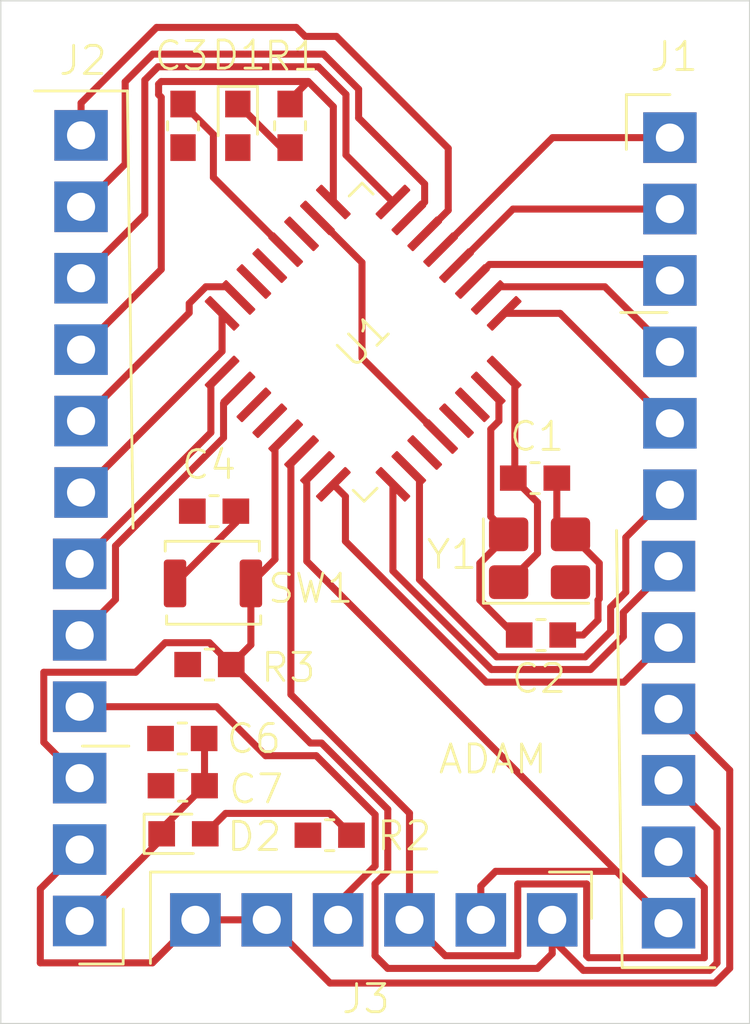
<source format=kicad_pcb>
(kicad_pcb (version 20241229) (generator "pcbnew") (generator_version "9.0")
  (layers (0 "F.Cu" signal) (2 "B.Cu" signal) (13 "F.Paste" user) (15 "B.Paste" user) (5 "F.SilkS" user "F.Silkscreen") (7 "B.SilkS" user "B.Silkscreen") (1 "F.Mask" user) (3 "B.Mask" user) (25 "Edge.Cuts" user))
  (net 0 "")
  (net 1 "Net-(C1-Pad1)")
  (net 2 "Net-(U1-XTAL2{slash}PB7)")
  (net 3 "Net-(U1-XTAL1{slash}PB6)")
  (net 4 "Net-(C3-Pad1)")
  (net 5 "Net-(U1-AREF)")
  (net 6 "Net-(C4-Pad2)")
  (net 7 "Net-(C4-Pad1)")
  (net 8 "Net-(C6-Pad2)")
  (net 9 "RAW")
  (net 10 "Net-(C7-Pad2)")
  (net 11 "Net-(D1-K)")
  (net 12 "Net-(D1-A)")
  (net 13 "Net-(D2-K)")
  (net 14 "RXI")
  (net 15 "GND")
  (net 16 "D4")
  (net 17 "D6")
  (net 18 "DTR")
  (net 19 "D8")
  (net 20 "D5")
  (net 21 "D3")
  (net 22 "D9")
  (net 23 "TXO")
  (net 24 "D2")
  (net 25 "D7")
  (net 26 "A1")
  (net 27 "A2")
  (net 28 "VCC")
  (net 29 "A0")
  (net 30 "MISO")
  (net 31 "SCK")
  (net 32 "A3")
  (net 33 "MOSI")
  (net 34 "D10")
  (net 35 "Net-(R2-Pad2)")
  (net 36 "Net-(R3-Pad1)")
  (net 37 "Net-(U1-AVCC)")
  (net 38 "Net-(U1-GND)")
  (net 39 "A7")
  (net 40 "A5")
  (net 41 "A6")
  (net 42 "A4")
  (net 43 "Net-(Y1-Pad4)")
  (footprint "piscine-electronique-fp:R_0603" (layer "F.Cu") (at 128.68 104.1 180)
    (property "Reference" "R2" (at -2.655 -0.03 0) (layer "F.SilkS") (effects (font (thickness 0.1))))
    (property "Value" "10K")
    (fp_line (start -0.15 0.55) (end 0.15 0.55) (stroke (width 0.1)) (layer "F.SilkS"))
    (fp_line (start -0.15 -0.55) (end 0.15 -0.55) (stroke (width 0.1)) (layer "F.SilkS"))
    (pad "1" smd rect (at -0.775 0 180) (size 0.95 0.9) (layers "F.Cu" "F.Mask" "F.Paste") (net 13 "Net-(D2-K)"))
    (pad "2" smd rect (at 0.775 0 180) (size 0.95 0.9) (layers "F.Cu" "F.Mask" "F.Paste") (net 35 "Net-(R2-Pad2)"))
  )
  (footprint "piscine-electronique-fp:R_0603" (layer "F.Cu") (at 127.27 78.87 -90)
    (property "Reference" "R1" (at -2.47 -0.05 0) (layer "F.SilkS") (effects (font (thickness 0.1))))
    (property "Value" "330")
    (fp_line (start -0.15 0.55) (end 0.15 0.55) (stroke (width 0.1)) (layer "F.SilkS"))
    (fp_line (start -0.15 -0.55) (end 0.15 -0.55) (stroke (width 0.1)) (layer "F.SilkS"))
    (pad "1" smd rect (at -0.775 0 270) (size 0.95 0.9) (layers "F.Cu" "F.Mask" "F.Paste") (net 31 "SCK"))
    (pad "2" smd rect (at 0.775 0 270) (size 0.95 0.9) (layers "F.Cu" "F.Mask" "F.Paste") (net 12 "Net-(D1-A)"))
  )
  (footprint "piscine-electronique-fp:PinHeader_1x06" (layer "F.Cu") (at 130.25 107.11 -90)
    (property "Reference" "J3" (at 2.81 0.28 0) (layer "F.SilkS") (effects (font (thickness 0.1))))
    (property "Value" "FTDI")
    (fp_line (start -1.7 7.95) (end 1.55 7.95) (stroke (width 0.1)) (layer "F.SilkS"))
    (fp_line (start -1.7 -2.25) (end -1.7 7.95) (stroke (width 0.1)) (layer "F.SilkS"))
    (fp_line (start -1.7 -6.25) (end -1.7 -7.75) (stroke (width 0.1)) (layer "F.SilkS"))
    (fp_line (start -1.7 -7.75) (end -0.05 -7.75) (stroke (width 0.1)) (layer "F.SilkS"))
    (pad "1" thru_hole rect (at 0 -6.35 270) (size 1.9 1.8) (drill 1) (layers "*.Cu" "*.Mask") (net 18 "DTR"))
    (pad "2" thru_hole rect (at 0 -3.81 270) (size 1.9 1.8) (drill 1) (layers "*.Cu" "*.Mask") (net 23 "TXO"))
    (pad "3" thru_hole rect (at 0 -1.27 270) (size 1.9 1.8) (drill 1) (layers "*.Cu" "*.Mask") (net 14 "RXI"))
    (pad "4" thru_hole rect (at 0 1.27 270) (size 1.9 1.8) (drill 1) (layers "*.Cu" "*.Mask") (net 28 "VCC"))
    (pad "5" thru_hole rect (at 0 3.81 270) (size 1.9 1.8) (drill 1) (layers "*.Cu" "*.Mask") (net 15 "GND"))
    (pad "6" thru_hole rect (at 0 6.35 270) (size 1.9 1.8) (drill 1) (layers "*.Cu" "*.Mask") (net 15 "GND"))
  )
  (footprint "piscine-electronique-fp:C_0603" (layer "F.Cu") (at 135.99 91.4 180)
    (property "Reference" "C1" (at -0.07 1.48 0) (layer "F.SilkS") (effects (font (thickness 0.1))))
    (property "Value" "12pF")
    (fp_line (start -0.15 0.55) (end 0.15 0.55) (stroke (width 0.1)) (layer "F.SilkS"))
    (fp_line (start -0.15 -0.55) (end 0.15 -0.55) (stroke (width 0.1)) (layer "F.SilkS"))
    (pad "1" smd rect (at -0.775 0 180) (size 0.95 0.9) (layers "F.Cu" "F.Mask" "F.Paste") (net 1 "Net-(C1-Pad1)"))
    (pad "2" smd rect (at 0.775 0 180) (size 0.95 0.9) (layers "F.Cu" "F.Mask" "F.Paste") (net 2 "Net-(U1-XTAL2{slash}PB7)"))
  )
  (footprint "piscine-electronique-fp:C_0603" (layer "F.Cu") (at 123.45 102.34 180)
    (property "Reference" "C7" (at -2.615 -0.12 0) (layer "F.SilkS") (effects (font (thickness 0.1))))
    (property "Value" "100nF")
    (fp_line (start -0.15 0.55) (end 0.15 0.55) (stroke (width 0.1)) (layer "F.SilkS"))
    (fp_line (start -0.15 -0.55) (end 0.15 -0.55) (stroke (width 0.1)) (layer "F.SilkS"))
    (pad "1" smd rect (at -0.775 0 180) (size 0.95 0.9) (layers "F.Cu" "F.Mask" "F.Paste") (net 9 "RAW"))
    (pad "2" smd rect (at 0.775 0 180) (size 0.95 0.9) (layers "F.Cu" "F.Mask" "F.Paste") (net 10 "Net-(C7-Pad2)"))
  )
  (footprint "piscine-electronique-fp:LED_0603" (layer "F.Cu") (at 123.475 104.05)
    (property "Reference" "D2" (at 2.525 0.1 0) (layer "F.SilkS") (effects (font (thickness 0.1))))
    (property "Value" "RED")
    (fp_line (start -1.4 -0.7) (end 0.3 -0.7) (stroke (width 0.1)) (layer "F.SilkS"))
    (fp_line (start -1.4 0.7) (end -1.4 -0.7) (stroke (width 0.1)) (layer "F.SilkS"))
    (fp_line (start -1.4 0.7) (end 0.35 0.7) (stroke (width 0.1)) (layer "F.SilkS"))
    (pad "1" smd rect (at -0.775 0) (size 0.95 0.9) (layers "F.Cu" "F.Mask" "F.Paste") (net 9 "RAW"))
    (pad "2" smd rect (at 0.775 0) (size 0.95 0.9) (layers "F.Cu" "F.Mask" "F.Paste") (net 13 "Net-(D2-K)"))
  )
  (footprint "piscine-electronique-fp:PinHeader_1x12" (layer "F.Cu") (at 119.83 93.18 180)
    (property "Reference" "J2" (at -0.07 16.63 0) (layer "F.SilkS") (effects (font (thickness 0.1))))
    (property "Value" "~")
    (fp_line (start -1.5 -13.55) (end -1.5 -15.5) (stroke (width 0.1)) (layer "F.SilkS"))
    (fp_line (start -1.5 -15.5) (end 0.05 -15.5) (stroke (width 0.1)) (layer "F.SilkS"))
    (fp_line (start -1.65 15.55) (end 1.65 15.55) (stroke (width 0.1)) (layer "F.SilkS"))
    (fp_line (start -1.7 -7.75) (end -0.05 -7.75) (stroke (width 0.1)) (layer "F.SilkS"))
    (fp_line (start -1.85 0) (end -1.65 15.55) (stroke (width 0.1)) (layer "F.SilkS"))
    (pad "1" thru_hole rect (at 0.05 -13.97 180) (size 1.9 1.8) (drill 1) (layers "*.Cu" "*.Mask") (net 9 "RAW"))
    (pad "2" thru_hole rect (at 0.05 -11.43 180) (size 1.9 1.8) (drill 1) (layers "*.Cu" "*.Mask") (net 15 "GND"))
    (pad "3" thru_hole rect (at 0.05 -8.89 180) (size 1.9 1.8) (drill 1) (layers "*.Cu" "*.Mask") (net 18 "DTR"))
    (pad "4" thru_hole rect (at 0.05 -6.35 180) (size 1.9 1.8) (drill 1) (layers "*.Cu" "*.Mask") (net 28 "VCC"))
    (pad "5" thru_hole rect (at 0.05 -3.81 180) (size 1.9 1.8) (drill 1) (layers "*.Cu" "*.Mask") (net 32 "A3"))
    (pad "6" thru_hole rect (at 0.05 -1.27 180) (size 1.9 1.8) (drill 1) (layers "*.Cu" "*.Mask") (net 27 "A2"))
    (pad "7" thru_hole rect (at 0 1.27 180) (size 1.9 1.8) (drill 1) (layers "*.Cu" "*.Mask") (net 26 "A1"))
    (pad "8" thru_hole rect (at 0 3.81 180) (size 1.9 1.8) (drill 1) (layers "*.Cu" "*.Mask") (net 29 "A0"))
    (pad "9" thru_hole rect (at 0 6.35 180) (size 1.9 1.8) (drill 1) (layers "*.Cu" "*.Mask") (net 31 "SCK"))
    (pad "10" thru_hole rect (at 0 8.89 180) (size 1.9 1.8) (drill 1) (layers "*.Cu" "*.Mask") (net 30 "MISO"))
    (pad "11" thru_hole rect (at 0 11.43 180) (size 1.9 1.8) (drill 1) (layers "*.Cu" "*.Mask") (net 33 "MOSI"))
    (pad "12" thru_hole rect (at 0 13.97 180) (size 1.9 1.8) (drill 1) (layers "*.Cu" "*.Mask") (net 34 "D10"))
  )
  (footprint "piscine-electronique-fp:C_0603" (layer "F.Cu") (at 123.435 100.66 180)
    (property "Reference" "C6" (at -2.545 -0.01 0) (layer "F.SilkS") (effects (font (thickness 0.1))))
    (property "Value" "1uF")
    (fp_line (start -0.15 0.55) (end 0.15 0.55) (stroke (width 0.1)) (layer "F.SilkS"))
    (fp_line (start -0.15 -0.55) (end 0.15 -0.55) (stroke (width 0.1)) (layer "F.SilkS"))
    (pad "1" smd rect (at -0.775 0 180) (size 0.95 0.9) (layers "F.Cu" "F.Mask" "F.Paste") (net 9 "RAW"))
    (pad "2" smd rect (at 0.775 0 180) (size 0.95 0.9) (layers "F.Cu" "F.Mask" "F.Paste") (net 8 "Net-(C6-Pad2)"))
  )
  (footprint "piscine-electronique-fp:R_0603" (layer "F.Cu") (at 124.4 98.03)
    (property "Reference" "R3" (at 2.81 0.11 0) (layer "F.SilkS") (effects (font (thickness 0.1))))
    (property "Value" "10K")
    (fp_line (start -0.15 -0.55) (end 0.15 -0.55) (stroke (width 0.1)) (layer "F.SilkS"))
    (fp_line (start -0.15 0.55) (end 0.15 0.55) (stroke (width 0.1)) (layer "F.SilkS"))
    (pad "1" smd rect (at -0.775 0) (size 0.95 0.9) (layers "F.Cu" "F.Mask" "F.Paste") (net 36 "Net-(R3-Pad1)"))
    (pad "2" smd rect (at 0.775 0) (size 0.95 0.9) (layers "F.Cu" "F.Mask" "F.Paste") (net 18 "DTR"))
  )
  (footprint "piscine-electronique-fp:SW_Push_B3U" (layer "F.Cu") (at 124.525 95.145)
    (property "Reference" "SW1" (at 3.48 0.18 0) (layer "F.SilkS") (effects (font (thickness 0.1))))
    (property "Value" "SW_Push")
    (fp_line (start -1.7 -1.5) (end 1.65 -1.5) (stroke (width 0.1)) (layer "F.SilkS"))
    (fp_line (start -1.7 -1.15) (end -1.7 -1.5) (stroke (width 0.1)) (layer "F.SilkS"))
    (fp_line (start -1.65 1.15) (end -1.65 1.45) (stroke (width 0.1)) (layer "F.SilkS"))
    (fp_line (start -1.65 1.45) (end 1.7 1.45) (stroke (width 0.1)) (layer "F.SilkS"))
    (fp_line (start 1.65 -1.5) (end 1.65 -1.15) (stroke (width 0.1)) (layer "F.SilkS"))
    (fp_line (start 1.7 1.45) (end 1.7 1.15) (stroke (width 0.1)) (layer "F.SilkS"))
    (pad "1" smd roundrect (at -1.35 0 180) (size 0.8 1.7) (layers "F.Cu" "F.Mask" "F.Paste") (roundrect_rratio 0.15) (net 6 "Net-(C4-Pad2)"))
    (pad "2" smd roundrect (at 1.35 0 180) (size 0.8 1.7) (layers "F.Cu" "F.Mask" "F.Paste") (roundrect_rratio 0.15) (net 18 "DTR"))
  )
  (footprint "piscine-electronique-fp:C_0603" (layer "F.Cu") (at 124.565 92.575)
    (property "Reference" "C4" (at -0.18 -1.65 0) (layer "F.SilkS") (effects (font (thickness 0.1))))
    (property "Value" "100nF")
    (fp_line (start -0.15 -0.55) (end 0.15 -0.55) (stroke (width 0.1)) (layer "F.SilkS"))
    (fp_line (start -0.15 0.55) (end 0.15 0.55) (stroke (width 0.1)) (layer "F.SilkS"))
    (pad "1" smd rect (at -0.775 0) (size 0.95 0.9) (layers "F.Cu" "F.Mask" "F.Paste") (net 7 "Net-(C4-Pad1)"))
    (pad "2" smd rect (at 0.775 0) (size 0.95 0.9) (layers "F.Cu" "F.Mask" "F.Paste") (net 6 "Net-(C4-Pad2)"))
  )
  (footprint "piscine-electronique-fp:C_0603" (layer "F.Cu") (at 123.46 78.87 90)
    (property "Reference" "C3" (at 2.49 -0.05 0) (layer "F.SilkS") (effects (font (thickness 0.1))))
    (property "Value" "100nF")
    (fp_line (start -0.15 -0.55) (end 0.15 -0.55) (stroke (width 0.1)) (layer "F.SilkS"))
    (fp_line (start -0.15 0.55) (end 0.15 0.55) (stroke (width 0.1)) (layer "F.SilkS"))
    (pad "1" smd rect (at -0.775 0 90) (size 0.95 0.9) (layers "F.Cu" "F.Mask" "F.Paste") (net 4 "Net-(C3-Pad1)"))
    (pad "2" smd rect (at 0.775 0 90) (size 0.95 0.9) (layers "F.Cu" "F.Mask" "F.Paste") (net 5 "Net-(U1-AREF)"))
  )
  (footprint "piscine-electronique-fp:TQFP-32_7x7" (layer "F.Cu") (at 129.87 86.6 135)
    (property "Reference" "U1" (at 0.056569 0.056569 45) (layer "F.SilkS") (effects (font (thickness 0.1))))
    (property "Value" "ATmega328P-A")
    (fp_line (start 4.05 3.35) (end 4.05 4.000001) (stroke (width 0.1)) (layer "F.SilkS"))
    (fp_line (start 4.05 4.000001) (end 3.5 4) (stroke (width 0.1)) (layer "F.SilkS"))
    (fp_line (start -4 -3.95) (end -3.45 -3.95) (stroke (width 0.1)) (layer "F.SilkS"))
    (fp_line (start -4.000001 -3.3) (end -4 -3.95) (stroke (width 0.1)) (layer "F.SilkS"))
    (pad "1" smd roundrect (at -4.3 -2.8 45) (size 0.3 1.5) (layers "F.Cu" "F.Mask" "F.Paste") (roundrect_rratio 0.15) (net 21 "D3"))
    (pad "2" smd roundrect (at -4.3 -2 45) (size 0.3 1.5) (layers "F.Cu" "F.Mask" "F.Paste") (roundrect_rratio 0.15) (net 16 "D4"))
    (pad "3" smd roundrect (at -4.3 -1.2 45) (size 0.3 1.5) (layers "F.Cu" "F.Mask" "F.Paste") (roundrect_rratio 0.15) (net 38 "Net-(U1-GND)"))
    (pad "4" smd roundrect (at -4.3 -0.4 45) (size 0.3 1.5) (layers "F.Cu" "F.Mask" "F.Paste") (roundrect_rratio 0.15) (net 37 "Net-(U1-AVCC)"))
    (pad "5" smd roundrect (at -4.3 0.4 45) (size 0.3 1.5) (layers "F.Cu" "F.Mask" "F.Paste") (roundrect_rratio 0.15))
    (pad "6" smd roundrect (at -4.3 1.2 45) (size 0.3 1.5) (layers "F.Cu" "F.Mask" "F.Paste") (roundrect_rratio 0.15))
    (pad "7" smd roundrect (at -4.3 2 45) (size 0.3 1.5) (layers "F.Cu" "F.Mask" "F.Paste") (roundrect_rratio 0.15) (net 3 "Net-(U1-XTAL1{slash}PB6)"))
    (pad "8" smd roundrect (at -4.3 2.8 45) (size 0.3 1.5) (layers "F.Cu" "F.Mask" "F.Paste") (roundrect_rratio 0.15) (net 2 "Net-(U1-XTAL2{slash}PB7)"))
    (pad "9" smd roundrect (at -2.8 4.3 135) (size 0.3 1.5) (layers "F.Cu" "F.Mask" "F.Paste") (roundrect_rratio 0.15) (net 20 "D5"))
    (pad "10" smd roundrect (at -2 4.3 135) (size 0.3 1.5) (layers "F.Cu" "F.Mask" "F.Paste") (roundrect_rratio 0.15) (net 17 "D6"))
    (pad "11" smd roundrect (at -1.2 4.3 135) (size 0.3 1.5) (layers "F.Cu" "F.Mask" "F.Paste") (roundrect_rratio 0.15) (net 25 "D7"))
    (pad "12" smd roundrect (at -0.4 4.3 135) (size 0.3 1.5) (layers "F.Cu" "F.Mask" "F.Paste") (roundrect_rratio 0.15) (net 19 "D8"))
    (pad "13" smd roundrect (at 0.4 4.3 135) (size 0.3 1.5) (layers "F.Cu" "F.Mask" "F.Paste") (roundrect_rratio 0.15) (net 22 "D9"))
    (pad "14" smd roundrect (at 1.2 4.3 135) (size 0.3 1.5) (layers "F.Cu" "F.Mask" "F.Paste") (roundrect_rratio 0.15) (net 34 "D10"))
    (pad "15" smd roundrect (at 2 4.3 135) (size 0.3 1.5) (layers "F.Cu" "F.Mask" "F.Paste") (roundrect_rratio 0.15) (net 33 "MOSI"))
    (pad "16" smd roundrect (at 2.8 4.3 135) (size 0.3 1.5) (layers "F.Cu" "F.Mask" "F.Paste") (roundrect_rratio 0.15) (net 30 "MISO"))
    (pad "17" smd roundrect (at 4.3 2.8 45) (size 0.3 1.5) (layers "F.Cu" "F.Mask" "F.Paste") (roundrect_rratio 0.15) (net 31 "SCK"))
    (pad "18" smd roundrect (at 4.3 2 45) (size 0.3 1.5) (layers "F.Cu" "F.Mask" "F.Paste") (roundrect_rratio 0.15) (net 37 "Net-(U1-AVCC)"))
    (pad "19" smd roundrect (at 4.3 1.2 45) (size 0.3 1.5) (layers "F.Cu" "F.Mask" "F.Paste") (roundrect_rratio 0.15) (net 41 "A6"))
    (pad "20" smd roundrect (at 4.3 0.4 45) (size 0.3 1.5) (layers "F.Cu" "F.Mask" "F.Paste") (roundrect_rratio 0.15) (net 5 "Net-(U1-AREF)"))
    (pad "21" smd roundrect (at 4.3 -0.4 45) (size 0.3 1.5) (layers "F.Cu" "F.Mask" "F.Paste") (roundrect_rratio 0.15))
    (pad "22" smd roundrect (at 4.3 -1.2 45) (size 0.3 1.5) (layers "F.Cu" "F.Mask" "F.Paste") (roundrect_rratio 0.15) (net 39 "A7"))
    (pad "23" smd roundrect (at 4.3 -2 45) (size 0.3 1.5) (layers "F.Cu" "F.Mask" "F.Paste") (roundrect_rratio 0.15) (net 29 "A0"))
    (pad "24" smd roundrect (at 4.3 -2.8 45) (size 0.3 1.5) (layers "F.Cu" "F.Mask" "F.Paste") (roundrect_rratio 0.15) (net 26 "A1"))
    (pad "25" smd roundrect (at 2.8 -4.3 135) (size 0.3 1.5) (layers "F.Cu" "F.Mask" "F.Paste") (roundrect_rratio 0.15) (net 27 "A2"))
    (pad "26" smd roundrect (at 2 -4.3 135) (size 0.3 1.5) (layers "F.Cu" "F.Mask" "F.Paste") (roundrect_rratio 0.15) (net 32 "A3"))
    (pad "27" smd roundrect (at 1.2 -4.3 135) (size 0.3 1.5) (layers "F.Cu" "F.Mask" "F.Paste") (roundrect_rratio 0.15) (net 42 "A4"))
    (pad "28" smd roundrect (at 0.4 -4.3 135) (size 0.3 1.5) (layers "F.Cu" "F.Mask" "F.Paste") (roundrect_rratio 0.15) (net 40 "A5"))
    (pad "29" smd roundrect (at -0.4 -4.3 135) (size 0.3 1.5) (layers "F.Cu" "F.Mask" "F.Paste") (roundrect_rratio 0.15) (net 18 "DTR"))
    (pad "30" smd roundrect (at -1.2 -4.3 135) (size 0.3 1.5) (layers "F.Cu" "F.Mask" "F.Paste") (roundrect_rratio 0.15) (net 14 "RXI"))
    (pad "31" smd roundrect (at -2 -4.3 135) (size 0.3 1.5) (layers "F.Cu" "F.Mask" "F.Paste") (roundrect_rratio 0.15) (net 23 "TXO"))
    (pad "32" smd roundrect (at -2.8 -4.3 135) (size 0.3 1.5) (layers "F.Cu" "F.Mask" "F.Paste") (roundrect_rratio 0.15) (net 24 "D2"))
  )
  (footprint "piscine-electronique-fp:crystal_SMD" (layer "F.Cu") (at 136.15 94.25)
    (property "Reference" "Y1" (at -3.12 -0.13 0) (layer "F.SilkS") (effects (font (thickness 0.1))))
    (property "Value" "16MHz")
    (fp_line (start -2 -1.4) (end -2 1.6) (stroke (width 0.1)) (layer "F.SilkS"))
    (fp_line (start -2 1.6) (end 1.75 1.6) (stroke (width 0.1)) (layer "F.SilkS"))
    (pad "1" smd roundrect (at -1.1 -0.85) (size 1.4 1.2) (layers "F.Cu" "F.Mask" "F.Paste") (roundrect_rratio 0.15) (net 3 "Net-(U1-XTAL1{slash}PB6)"))
    (pad "2" smd roundrect (at 1.1 -0.85) (size 1.4 1.2) (layers "F.Cu" "F.Mask" "F.Paste") (roundrect_rratio 0.15) (net 1 "Net-(C1-Pad1)"))
    (pad "3" smd roundrect (at -1.1 0.85) (size 1.4 1.2) (layers "F.Cu" "F.Mask" "F.Paste") (roundrect_rratio 0.15) (net 2 "Net-(U1-XTAL2{slash}PB7)"))
    (pad "4" smd roundrect (at 1.1 0.85) (size 1.4 1.2) (layers "F.Cu" "F.Mask" "F.Paste") (roundrect_rratio 0.15) (net 43 "Net-(Y1-Pad4)"))
  )
  (footprint "piscine-electronique-fp:LED_0603" (layer "F.Cu") (at 125.41 78.87 -90)
    (property "Reference" "D1" (at -2.51 -0.04 0) (layer "F.SilkS") (effects (font (thickness 0.1))))
    (property "Value" "Green")
    (fp_line (start -1.4 0.7) (end 0.35 0.7) (stroke (width 0.1)) (layer "F.SilkS"))
    (fp_line (start -1.4 0.7) (end -1.4 -0.7) (stroke (width 0.1)) (layer "F.SilkS"))
    (fp_line (start -1.4 -0.7) (end 0.3 -0.7) (stroke (width 0.1)) (layer "F.SilkS"))
    (pad "1" smd rect (at -0.775 0 270) (size 0.95 0.9) (layers "F.Cu" "F.Mask" "F.Paste") (net 12 "Net-(D1-A)"))
    (pad "2" smd rect (at 0.775 0 270) (size 0.95 0.9) (layers "F.Cu" "F.Mask" "F.Paste") (net 11 "Net-(D1-K)"))
  )
  (footprint "piscine-electronique-fp:PinHeader_1x12" (layer "F.Cu") (at 140.74 93.26)
    (property "Reference" "J1" (at 0.2 -16.85 0) (layer "F.SilkS") (effects (font (thickness 0.1))))
    (property "Value" "~")
    (fp_line (start -1.85 0) (end -1.65 15.55) (stroke (width 0.1)) (layer "F.SilkS"))
    (fp_line (start -1.7 -7.75) (end -0.05 -7.75) (stroke (width 0.1)) (layer "F.SilkS"))
    (fp_line (start -1.65 15.55) (end 1.65 15.55) (stroke (width 0.1)) (layer "F.SilkS"))
    (fp_line (start -1.5 -15.5) (end 0.05 -15.5) (stroke (width 0.1)) (layer "F.SilkS"))
    (fp_line (start -1.5 -13.55) (end -1.5 -15.5) (stroke (width 0.1)) (layer "F.SilkS"))
    (pad "1" thru_hole rect (at 0.05 -13.97) (size 1.9 1.8) (drill 1) (layers "*.Cu" "*.Mask") (net 22 "D9"))
    (pad "2" thru_hole rect (at 0.05 -11.43) (size 1.9 1.8) (drill 1) (layers "*.Cu" "*.Mask") (net 19 "D8"))
    (pad "3" thru_hole rect (at 0.05 -8.89) (size 1.9 1.8) (drill 1) (layers "*.Cu" "*.Mask") (net 25 "D7"))
    (pad "4" thru_hole rect (at 0.05 -6.35) (size 1.9 1.8) (drill 1) (layers "*.Cu" "*.Mask") (net 17 "D6"))
    (pad "5" thru_hole rect (at 0.05 -3.81) (size 1.9 1.8) (drill 1) (layers "*.Cu" "*.Mask") (net 20 "D5"))
    (pad "6" thru_hole rect (at 0.05 -1.27) (size 1.9 1.8) (drill 1) (layers "*.Cu" "*.Mask") (net 16 "D4"))
    (pad "7" thru_hole rect (at 0 1.27) (size 1.9 1.8) (drill 1) (layers "*.Cu" "*.Mask") (net 21 "D3"))
    (pad "8" thru_hole rect (at 0 3.81) (size 1.9 1.8) (drill 1) (layers "*.Cu" "*.Mask") (net 24 "D2"))
    (pad "9" thru_hole rect (at 0 6.35) (size 1.9 1.8) (drill 1) (layers "*.Cu" "*.Mask") (net 15 "GND"))
    (pad "10" thru_hole rect (at 0 8.89) (size 1.9 1.8) (drill 1) (layers "*.Cu" "*.Mask") (net 18 "DTR"))
    (pad "11" thru_hole rect (at 0 11.43) (size 1.9 1.8) (drill 1) (layers "*.Cu" "*.Mask") (net 14 "RXI"))
    (pad "12" thru_hole rect (at 0 13.97) (size 1.9 1.8) (drill 1) (layers "*.Cu" "*.Mask") (net 23 "TXO"))
  )
  (footprint "piscine-electronique-fp:C_0603" (layer "F.Cu") (at 136.2 96.98)
    (property "Reference" "C2" (at -0.07 1.55 0) (layer "F.SilkS") (effects (font (thickness 0.1))))
    (property "Value" "12pF")
    (fp_line (start -0.15 -0.55) (end 0.15 -0.55) (stroke (width 0.1)) (layer "F.SilkS"))
    (fp_line (start -0.15 0.55) (end 0.15 0.55) (stroke (width 0.1)) (layer "F.SilkS"))
    (pad "1" smd rect (at -0.775 0) (size 0.95 0.9) (layers "F.Cu" "F.Mask" "F.Paste") (net 3 "Net-(U1-XTAL1{slash}PB6)"))
    (pad "2" smd rect (at 0.775 0) (size 0.95 0.9) (layers "F.Cu" "F.Mask" "F.Paste") (net 1 "Net-(C1-Pad1)"))
  )
  (gr_rect (start 116.97 74.42) (end 143.63 110.8) (stroke (width 0.05)) (fill no) (layer "Edge.Cuts"))
  (gr_text "ADAM" (at 132.49 101.98 0) (layer "F.SilkS") (effects (font (size 1 1) (thickness 0.1)) (justify left bottom)))
  (segment (start 136.975 96.98) (end 137.7 96.98) (width 0.25) (layer "F.Cu") (net 1))
  (segment (start 138.276 95.691208) (end 138.276 94.426) (width 0.25) (layer "F.Cu") (net 1))
  (segment (start 138.23 95.737208) (end 138.276 95.691208) (width 0.25) (layer "F.Cu") (net 1))
  (segment (start 138.23 96.45) (end 138.23 95.737208) (width 0.25) (layer "F.Cu") (net 1))
  (segment (start 137.7 96.98) (end 138.23 96.45) (width 0.25) (layer "F.Cu") (net 1))
  (segment (start 136.765 91.4) (end 136.765 92.915) (width 0.25) (layer "F.Cu") (net 1))
  (segment (start 138.276 94.426) (end 137.25 93.4) (width 0.25) (layer "F.Cu") (net 1))
  (segment (start 136.765 92.915) (end 137.25 93.4) (width 0.25) (layer "F.Cu") (net 1))
  (segment (start 135.269411 88.039613) (end 135.269411 91.345589) (width 0.25) (layer "F.Cu") (net 2))
  (segment (start 135.05 95.1) (end 136.076 94.074) (width 0.25) (layer "F.Cu") (net 2))
  (segment (start 136.076 94.074) (end 136.076 92.261) (width 0.25) (layer "F.Cu") (net 2))
  (segment (start 134.890458 87.66066) (end 135.269411 88.039613) (width 0.25) (layer "F.Cu") (net 2))
  (segment (start 136.076 92.261) (end 135.215 91.4) (width 0.25) (layer "F.Cu") (net 2))
  (segment (start 135.269411 91.345589) (end 135.215 91.4) (width 0.25) (layer "F.Cu") (net 2))
  (segment (start 134.024 95.734578) (end 134.024 94.426) (width 0.25) (layer "F.Cu") (net 3))
  (segment (start 134.024 94.426) (end 135.05 93.4) (width 0.25) (layer "F.Cu") (net 3))
  (segment (start 134.703725 88.605298) (end 134.324773 88.226346) (width 0.25) (layer "F.Cu") (net 3))
  (segment (start 134.414 92.764) (end 134.414 89.658814) (width 0.25) (layer "F.Cu") (net 3))
  (segment (start 134.703725 89.369089) (end 134.703725 88.605298) (width 0.25) (layer "F.Cu") (net 3))
  (segment (start 135.269422 96.98) (end 134.024 95.734578) (width 0.25) (layer "F.Cu") (net 3))
  (segment (start 135.425 96.98) (end 135.269422 96.98) (width 0.25) (layer "F.Cu") (net 3))
  (segment (start 134.414 89.658814) (end 134.703725 89.369089) (width 0.25) (layer "F.Cu") (net 3))
  (segment (start 135.05 93.4) (end 134.414 92.764) (width 0.25) (layer "F.Cu") (net 3))
  (segment (start 123.46 78.095) (end 124.54 79.175) (width 0.25) (layer "F.Cu") (net 5))
  (segment (start 124.54 80.704314) (end 127.112284 83.276598) (width 0.25) (layer "F.Cu") (net 5))
  (segment (start 124.54 79.175) (end 124.54 80.704314) (width 0.25) (layer "F.Cu") (net 5))
  (segment (start 125.34 92.575) (end 125.34 92.98) (width 0.25) (layer "F.Cu") (net 6))
  (segment (start 125.34 92.98) (end 123.175 95.145) (width 0.25) (layer "F.Cu") (net 6))
  (segment (start 124.21 102.26) (end 124.12 102.35) (width 0.25) (layer "F.Cu") (net 9))
  (segment (start 122.7 104.05) (end 122.7 103.865) (width 0.25) (layer "F.Cu") (net 9))
  (segment (start 122.7 104.23) (end 122.7 104.05) (width 0.25) (layer "F.Cu") (net 9))
  (segment (start 124.225 102.34) (end 124.225 100.675) (width 0.25) (layer "F.Cu") (net 9))
  (segment (start 119.78 107.15) (end 122.7 104.23) (width 0.25) (layer "F.Cu") (net 9))
  (segment (start 124.225 100.675) (end 124.21 100.66) (width 0.25) (layer "F.Cu") (net 9))
  (segment (start 122.7 103.865) (end 124.225 102.34) (width 0.25) (layer "F.Cu") (net 9))
  (segment (start 124.12 102.35) (end 124.12 102.63) (width 0.25) (layer "F.Cu") (net 9))
  (segment (start 127.27 79.645) (end 126.96 79.645) (width 0.25) (layer "F.Cu") (net 12))
  (segment (start 126.96 79.645) (end 125.41 78.095) (width 0.25) (layer "F.Cu") (net 12))
  (segment (start 124.25 104.05) (end 124.976 103.324) (width 0.25) (layer "F.Cu") (net 13))
  (segment (start 124.976 103.324) (end 128.679 103.324) (width 0.25) (layer "F.Cu") (net 13))
  (segment (start 128.679 103.324) (end 129.455 104.1) (width 0.25) (layer "F.Cu") (net 13))
  (segment (start 127.677969 90.489087) (end 127.299016 90.86804) (width 0.25) (layer "F.Cu") (net 14))
  (segment (start 131.52 103.315208) (end 131.52 107.11) (width 0.25) (layer "F.Cu") (net 14))
  (segment (start 137.826 108.386) (end 137.826 105.834) (width 0.25) (layer "F.Cu") (net 14))
  (segment (start 132.796 108.386) (end 131.52 107.11) (width 0.25) (layer "F.Cu") (net 14))
  (segment (start 142.016 105.966) (end 142.016 108.456) (width 0.25) (layer "F.Cu") (net 14))
  (segment (start 127.299016 90.86804) (end 127.299016 99.094224) (width 0.25) (layer "F.Cu") (net 14))
  (segment (start 137.826 105.834) (end 135.374 105.834) (width 0.25) (layer "F.Cu") (net 14))
  (segment (start 135.374 105.834) (end 135.374 108.386) (width 0.25) (layer "F.Cu") (net 14))
  (segment (start 137.896 108.456) (end 137.826 108.386) (width 0.25) (layer "F.Cu") (net 14))
  (segment (start 127.299016 99.094224) (end 131.52 103.315208) (width 0.25) (layer "F.Cu") (net 14))
  (segment (start 135.374 108.386) (end 132.796 108.386) (width 0.25) (layer "F.Cu") (net 14))
  (segment (start 140.74 104.69) (end 142.016 105.966) (width 0.25) (layer "F.Cu") (net 14))
  (segment (start 142.016 108.456) (end 137.896 108.456) (width 0.25) (layer "F.Cu") (net 14))
  (segment (start 128.688 109.358) (end 142.391034 109.358) (width 0.25) (layer "F.Cu") (net 15))
  (segment (start 126.44 107.11) (end 128.688 109.358) (width 0.25) (layer "F.Cu") (net 15))
  (segment (start 122.37 108.64) (end 123.9 107.11) (width 0.25) (layer "F.Cu") (net 15))
  (segment (start 142.919 108.830034) (end 142.919 101.789) (width 0.25) (layer "F.Cu") (net 15))
  (segment (start 118.38 108.64) (end 122.37 108.64) (width 0.25) (layer "F.Cu") (net 15))
  (segment (start 140.79 99.61) (end 140.74 99.61) (width 0.25) (layer "F.Cu") (net 15))
  (segment (start 118.38 106.01) (end 118.38 108.64) (width 0.25) (layer "F.Cu") (net 15))
  (segment (start 142.391034 109.358) (end 142.919 108.830034) (width 0.25) (layer "F.Cu") (net 15))
  (segment (start 126.44 107.11) (end 123.9 107.11) (width 0.25) (layer "F.Cu") (net 15))
  (segment (start 126.44 107.11) (end 126.44 107.16) (width 0.25) (layer "F.Cu") (net 15))
  (segment (start 142.919 101.789) (end 140.74 99.61) (width 0.25) (layer "F.Cu") (net 15))
  (segment (start 119.78 104.61) (end 118.38 106.01) (width 0.25) (layer "F.Cu") (net 15))
  (segment (start 140.74 91.99) (end 139.22 93.51) (width 0.25) (layer "F.Cu") (net 16))
  (segment (start 138.68 95.991604) (end 138.68 96.852) (width 0.25) (layer "F.Cu") (net 16))
  (segment (start 134.624 97.756) (end 131.875298 95.007298) (width 0.25) (layer "F.Cu") (net 16))
  (segment (start 140.79 91.99) (end 140.74 91.99) (width 0.25) (layer "F.Cu") (net 16))
  (segment (start 131.875298 95.007298) (end 131.875298 91.433725) (width 0.25) (layer "F.Cu") (net 16))
  (segment (start 131.875298 91.433725) (end 131.496346 91.054773) (width 0.25) (layer "F.Cu") (net 16))
  (segment (start 139.22 93.51) (end 139.22 95.451604) (width 0.25) (layer "F.Cu") (net 16))
  (segment (start 138.68 96.852) (end 137.776 97.756) (width 0.25) (layer "F.Cu") (net 16))
  (segment (start 137.776 97.756) (end 134.624 97.756) (width 0.25) (layer "F.Cu") (net 16))
  (segment (start 139.22 95.451604) (end 138.68 95.991604) (width 0.25) (layer "F.Cu") (net 16))
  (segment (start 134.703725 84.594702) (end 138.474702 84.594702) (width 0.25) (layer "F.Cu") (net 17))
  (segment (start 134.324773 84.973654) (end 134.703725 84.594702) (width 0.25) (layer "F.Cu") (net 17))
  (segment (start 138.474702 84.594702) (end 140.79 86.91) (width 0.25) (layer "F.Cu") (net 17))
  (segment (start 126.733331 90.302355) (end 126.733331 94.286669) (width 0.25) (layer "F.Cu") (net 18))
  (segment (start 142.467 108.64281) (end 142.20281 108.907) (width 0.25) (layer "F.Cu") (net 18))
  (segment (start 127.112284 89.923402) (end 126.733331 90.302355) (width 0.25) (layer "F.Cu") (net 18))
  (segment (start 142.20281 108.907) (end 137.70919 108.907) (width 0.25) (layer "F.Cu") (net 18))
  (segment (start 130.748 103.179604) (end 130.748 105.377171) (width 0.25) (layer "F.Cu") (net 18))
  (segment (start 122.824 97.254) (end 124.399 97.254) (width 0.25) (layer "F.Cu") (net 18))
  (segment (start 140.74 102.15) (end 142.467 103.877) (width 0.25) (layer "F.Cu") (net 18))
  (segment (start 126.733331 94.286669) (end 125.875 95.145) (width 0.25) (layer "F.Cu") (net 18))
  (segment (start 125.875 97.33) (end 125.175 98.03) (width 0.25) (layer "F.Cu") (net 18))
  (segment (start 119.78 102.07) (end 118.504 100.794) (width 0.25) (layer "F.Cu") (net 18))
  (segment (start 128.390412 100.822016) (end 130.748 103.179604) (width 0.25) (layer "F.Cu") (net 18))
  (segment (start 125.175 98.03) (end 125.2 98.03) (width 0.25) (layer "F.Cu") (net 18))
  (segment (start 130.294 105.831171) (end 130.294 108.386) (width 0.25) (layer "F.Cu") (net 18))
  (segment (start 136.6 108.31) (end 136.6 107.11) (width 0.25) (layer "F.Cu") (net 18))
  (segment (start 125.2 98.03) (end 127.992016 100.822016) (width 0.25) (layer "F.Cu") (net 18))
  (segment (start 118.504 98.304) (end 121.774 98.304) (width 0.25) (layer "F.Cu") (net 18))
  (segment (start 130.294 108.386) (end 130.745 108.837) (width 0.25) (layer "F.Cu") (net 18))
  (segment (start 136.073 108.837) (end 136.6 108.31) (width 0.25) (layer "F.Cu") (net 18))
  (segment (start 136.6 107.79781) (end 136.6 107.11) (width 0.25) (layer "F.Cu") (net 18))
  (segment (start 142.467 103.877) (end 142.467 108.64281) (width 0.25) (layer "F.Cu") (net 18))
  (segment (start 127.992016 100.822016) (end 128.390412 100.822016) (width 0.25) (layer "F.Cu") (net 18))
  (segment (start 130.748 105.377171) (end 130.294 105.831171) (width 0.25) (layer "F.Cu") (net 18))
  (segment (start 130.745 108.837) (end 136.073 108.837) (width 0.25) (layer "F.Cu") (net 18))
  (segment (start 137.70919 108.907) (end 136.6 107.79781) (width 0.25) (layer "F.Cu") (net 18))
  (segment (start 121.774 98.304) (end 122.824 97.254) (width 0.25) (layer "F.Cu") (net 18))
  (segment (start 118.504 100.794) (end 118.504 98.304) (width 0.25) (layer "F.Cu") (net 18))
  (segment (start 124.399 97.254) (end 125.175 98.03) (width 0.25) (layer "F.Cu") (net 18))
  (segment (start 125.875 95.145) (end 125.875 97.33) (width 0.25) (layer "F.Cu") (net 18))
  (segment (start 140.79 81.83) (end 135.205686 81.83) (width 0.25) (layer "F.Cu") (net 19))
  (segment (start 135.205686 81.83) (end 133.193402 83.842284) (width 0.25) (layer "F.Cu") (net 19))
  (segment (start 134.890458 85.53934) (end 136.87934 85.53934) (width 0.25) (layer "F.Cu") (net 20))
  (segment (start 136.87934 85.53934) (end 140.79 89.45) (width 0.25) (layer "F.Cu") (net 20))
  (segment (start 130.93066 94.699056) (end 130.93066 91.620458) (width 0.25) (layer "F.Cu") (net 21))
  (segment (start 139.133 96.175) (end 139.133 97.038225) (width 0.25) (layer "F.Cu") (net 21))
  (segment (start 140.74 94.568) (end 139.133 96.175) (width 0.25) (layer "F.Cu") (net 21))
  (segment (start 140.74 94.53) (end 140.74 94.568) (width 0.25) (layer "F.Cu") (net 21))
  (segment (start 137.965225 98.206) (end 134.437604 98.206) (width 0.25) (layer "F.Cu") (net 21))
  (segment (start 139.133 97.038225) (end 137.965225 98.206) (width 0.25) (layer "F.Cu") (net 21))
  (segment (start 134.437604 98.206) (end 130.93066 94.699056) (width 0.25) (layer "F.Cu") (net 21))
  (segment (start 136.614314 79.29) (end 132.627716 83.276598) (width 0.25) (layer "F.Cu") (net 22))
  (segment (start 140.79 79.29) (end 136.614314 79.29) (width 0.25) (layer "F.Cu") (net 22))
  (segment (start 127.864702 91.433725) (end 127.864702 94.354702) (width 0.25) (layer "F.Cu") (net 23))
  (segment (start 138.894 105.384) (end 140.74 107.23) (width 0.25) (layer "F.Cu") (net 23))
  (segment (start 128.243654 91.054773) (end 127.864702 91.433725) (width 0.25) (layer "F.Cu") (net 23))
  (segment (start 134.06 107.11) (end 134.06 105.91) (width 0.25) (layer "F.Cu") (net 23))
  (segment (start 134.06 105.91) (end 134.586 105.384) (width 0.25) (layer "F.Cu") (net 23))
  (segment (start 134.586 105.384) (end 138.894 105.384) (width 0.25) (layer "F.Cu") (net 23))
  (segment (start 127.864702 94.354702) (end 140.74 107.23) (width 0.25) (layer "F.Cu") (net 23))
  (segment (start 140.74 97.07) (end 139.154 98.656) (width 0.25) (layer "F.Cu") (net 24))
  (segment (start 139.154 98.656) (end 134.251208 98.656) (width 0.25) (layer "F.Cu") (net 24))
  (segment (start 129.24 93.644792) (end 129.24 92.051118) (width 0.25) (layer "F.Cu") (net 24))
  (segment (start 134.251208 98.656) (end 129.24 93.644792) (width 0.25) (layer "F.Cu") (net 24))
  (segment (start 129.24 92.051118) (end 128.80934 91.620458) (width 0.25) (layer "F.Cu") (net 24))
  (segment (start 134.367056 83.8) (end 140.22 83.8) (width 0.25) (layer "F.Cu") (net 25))
  (segment (start 140.22 83.8) (end 140.79 84.37) (width 0.25) (layer "F.Cu") (net 25))
  (segment (start 133.759087 84.407969) (end 134.367056 83.8) (width 0.25) (layer "F.Cu") (net 25))
  (segment (start 119.83 91.91) (end 124.849542 86.890458) (width 0.25) (layer "F.Cu") (net 26))
  (segment (start 124.849542 86.890458) (end 124.849542 85.53934) (width 0.25) (layer "F.Cu") (net 26))
  (segment (start 124.451 88.059202) (end 124.849542 87.66066) (width 0.25) (layer "F.Cu") (net 27))
  (segment (start 124.451 89.779) (end 124.451 88.059202) (width 0.25) (layer "F.Cu") (net 27))
  (segment (start 119.78 94.45) (end 124.451 89.779) (width 0.25) (layer "F.Cu") (net 27))
  (segment (start 130.298 105.190775) (end 128.98 106.508775) (width 0.25) (layer "F.Cu") (net 28))
  (segment (start 124.657 99.53) (end 126.399016 101.272016) (width 0.25) (layer "F.Cu") (net 28))
  (segment (start 128.98 106.508775) (end 128.98 107.11) (width 0.25) (layer "F.Cu") (net 28))
  (segment (start 130.298 103.370242) (end 130.298 105.190775) (width 0.25) (layer "F.Cu") (net 28))
  (segment (start 126.399016 101.272016) (end 128.199774 101.272016) (width 0.25) (layer "F.Cu") (net 28))
  (segment (start 119.78 99.53) (end 124.657 99.53) (width 0.25) (layer "F.Cu") (net 28))
  (segment (start 128.199774 101.272016) (end 130.298 103.370242) (width 0.25) (layer "F.Cu") (net 28))
  (segment (start 123.678518 85.521482) (end 123.678518 85.188668) (width 0.25) (layer "F.Cu") (net 29))
  (segment (start 125.036275 84.594702) (end 125.415227 84.973654) (width 0.25) (layer "F.Cu") (net 29))
  (segment (start 119.83 89.37) (end 123.678518 85.521482) (width 0.25) (layer "F.Cu") (net 29))
  (segment (start 123.678518 85.188668) (end 124.272484 84.594702) (width 0.25) (layer "F.Cu") (net 29))
  (segment (start 124.272484 84.594702) (end 125.036275 84.594702) (width 0.25) (layer "F.Cu") (net 29))
  (segment (start 122.1 82.02) (end 119.83 84.29) (width 0.25) (layer "F.Cu") (net 30))
  (segment (start 122.571604 76.77) (end 122.1 77.241604) (width 0.25) (layer "F.Cu") (net 30))
  (segment (start 129.25934 77.752944) (end 128.276396 76.77) (width 0.25) (layer "F.Cu") (net 30))
  (segment (start 122.1 77.241604) (end 122.1 82.02) (width 0.25) (layer "F.Cu") (net 30))
  (segment (start 130.93066 81.579542) (end 129.25934 79.908222) (width 0.25) (layer "F.Cu") (net 30))
  (segment (start 129.25934 79.908222) (end 129.25934 77.752944) (width 0.25) (layer "F.Cu") (net 30))
  (segment (start 128.276396 76.77) (end 122.571604 76.77) (width 0.25) (layer "F.Cu") (net 30))
  (segment (start 127.27 77.938) (end 127.914 77.294) (width 0.25) (layer "F.Cu") (net 31))
  (segment (start 127.27 78.095) (end 127.27 77.938) (width 0.25) (layer "F.Cu") (net 31))
  (segment (start 128.80934 78.18934) (end 128.80934 81.579542) (width 0.25) (layer "F.Cu") (net 31))
  (segment (start 127.914 77.294) (end 128.80934 78.18934) (width 0.25) (layer "F.Cu") (net 31))
  (segment (start 119.83 86.83) (end 122.684 83.976) (width 0.25) (layer "F.Cu") (net 31))
  (segment (start 122.684 77.294) (end 127.914 77.294) (width 0.25) (layer "F.Cu") (net 31))
  (segment (start 122.684 77.854) (end 122.59 77.76) (width 0.25) (layer "F.Cu") (net 31))
  (segment (start 122.59 77.388) (end 122.684 77.294) (width 0.25) (layer "F.Cu") (net 31))
  (segment (start 122.59 77.76) (end 122.59 77.388) (width 0.25) (layer "F.Cu") (net 31))
  (segment (start 122.684 83.976) (end 122.684 77.854) (width 0.25) (layer "F.Cu") (net 31))
  (segment (start 124.902 88.739573) (end 124.902 89.96581) (width 0.25) (layer "F.Cu") (net 32))
  (segment (start 125.415227 88.226346) (end 124.902 88.739573) (width 0.25) (layer "F.Cu") (net 32))
  (segment (start 124.902 89.96581) (end 121.056 93.81181) (width 0.25) (layer "F.Cu") (net 32))
  (segment (start 121.056 95.714) (end 119.78 96.99) (width 0.25) (layer "F.Cu") (net 32))
  (segment (start 121.056 93.81181) (end 121.056 95.714) (width 0.25) (layer "F.Cu") (net 32))
  (segment (start 129.70934 78.58934) (end 132.06 80.94) (width 0.25) (layer "F.Cu") (net 33))
  (segment (start 128.462792 76.32) (end 129.70934 77.566548) (width 0.25) (layer "F.Cu") (net 33))
  (segment (start 121.4 77.305208) (end 122.385208 76.32) (width 0.25) (layer "F.Cu") (net 33))
  (segment (start 132.06 81.581573) (end 131.496346 82.145227) (width 0.25) (layer "F.Cu") (net 33))
  (segment (start 119.83 81.75) (end 119.88 81.75) (width 0.25) (layer "F.Cu") (net 33))
  (segment (start 121.4 80.23) (end 121.4 77.305208) (width 0.25) (layer "F.Cu") (net 33))
  (segment (start 119.88 81.75) (end 121.4 80.23) (width 0.25) (layer "F.Cu") (net 33))
  (segment (start 132.06 80.94) (end 132.06 81.581573) (width 0.25) (layer "F.Cu") (net 33))
  (segment (start 129.70934 77.566548) (end 129.70934 78.58934) (width 0.25) (layer "F.Cu") (net 33))
  (segment (start 122.385208 76.32) (end 128.462792 76.32) (width 0.25) (layer "F.Cu") (net 33))
  (segment (start 127.809188 75.69) (end 128.92 75.69) (width 0.25) (layer "F.Cu") (net 34))
  (segment (start 132.899188 81.873756) (end 132.062031 82.710913) (width 0.25) (layer "F.Cu") (net 34))
  (segment (start 127.489188 75.37) (end 127.809188 75.69) (width 0.25) (layer "F.Cu") (net 34))
  (segment (start 119.83 79.21) (end 119.83 78.06) (width 0.25) (layer "F.Cu") (net 34))
  (segment (start 122.52 75.37) (end 127.489188 75.37) (width 0.25) (layer "F.Cu") (net 34))
  (segment (start 119.83 78.06) (end 122.52 75.37) (width 0.25) (layer "F.Cu") (net 34))
  (segment (start 132.899188 79.669188) (end 132.899188 81.873756) (width 0.25) (layer "F.Cu") (net 34))
  (segment (start 128.92 75.69) (end 132.899188 79.669188) (width 0.25) (layer "F.Cu") (net 34))
  (segment (start 129.83 83.731573) (end 129.83 87.125686) (width 0.25) (layer "F.Cu") (net 37))
  (segment (start 128.243654 82.145227) (end 129.83 83.731573) (width 0.25) (layer "F.Cu") (net 37))
  (segment (start 129.83 87.125686) (end 132.627716 89.923402) (width 0.25) (layer "F.Cu") (net 37))
)
</source>
